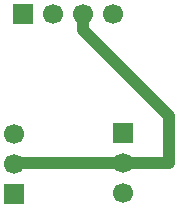
<source format=gbl>
G04 #@! TF.GenerationSoftware,KiCad,Pcbnew,9.0.2*
G04 #@! TF.CreationDate,2025-07-05T11:04:00-07:00*
G04 #@! TF.ProjectId,Passive,50617373-6976-4652-9e6b-696361645f70,rev?*
G04 #@! TF.SameCoordinates,Original*
G04 #@! TF.FileFunction,Copper,L2,Bot*
G04 #@! TF.FilePolarity,Positive*
%FSLAX46Y46*%
G04 Gerber Fmt 4.6, Leading zero omitted, Abs format (unit mm)*
G04 Created by KiCad (PCBNEW 9.0.2) date 2025-07-05 11:04:00*
%MOMM*%
%LPD*%
G01*
G04 APERTURE LIST*
G04 #@! TA.AperFunction,ComponentPad*
%ADD10R,1.700000X1.700000*%
G04 #@! TD*
G04 #@! TA.AperFunction,ComponentPad*
%ADD11C,1.700000*%
G04 #@! TD*
G04 #@! TA.AperFunction,Conductor*
%ADD12C,1.000000*%
G04 #@! TD*
G04 APERTURE END LIST*
D10*
X147885000Y-91080000D03*
D11*
X147885000Y-88540000D03*
X147885000Y-86000000D03*
X157115000Y-91040000D03*
X157115000Y-88500000D03*
D10*
X157115000Y-85960000D03*
X148615000Y-75885000D03*
D11*
X151155000Y-75885000D03*
X153695000Y-75885000D03*
X156235000Y-75885000D03*
D12*
X153695000Y-75885000D02*
X153695000Y-77195000D01*
X153695000Y-77195000D02*
X161000000Y-84500000D01*
X161000000Y-84500000D02*
X161000000Y-88500000D01*
X161000000Y-88500000D02*
X157115000Y-88500000D01*
X157115000Y-88500000D02*
X147925000Y-88500000D01*
X147925000Y-88500000D02*
X147885000Y-88540000D01*
M02*

</source>
